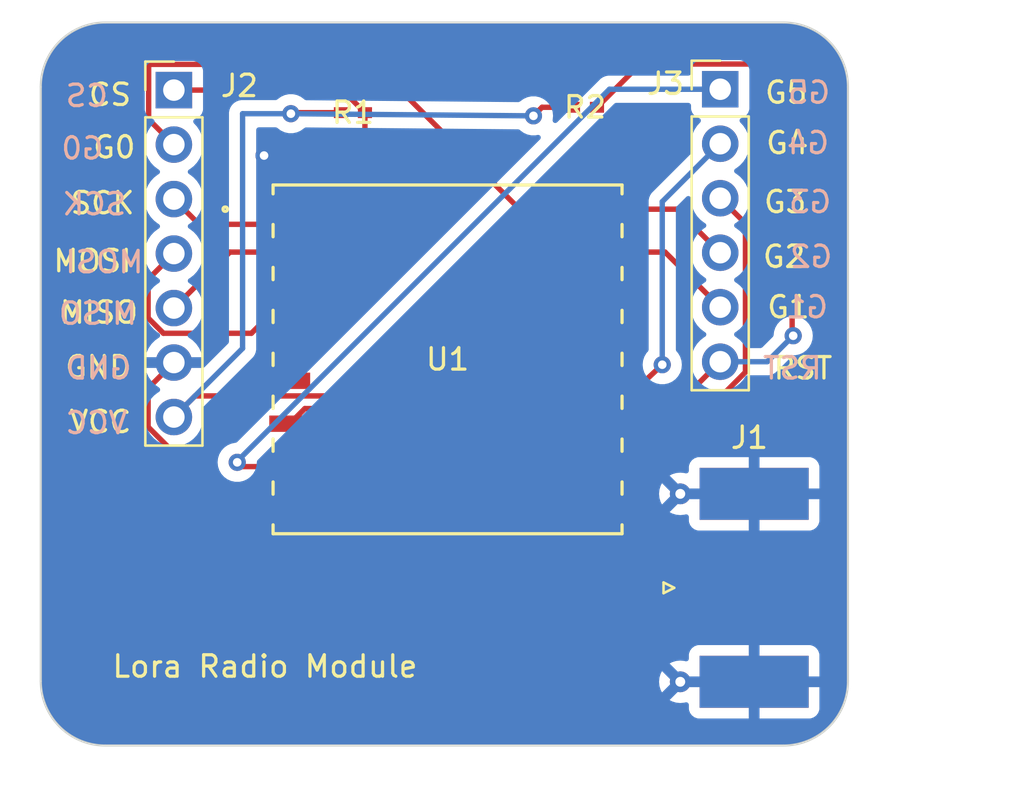
<source format=kicad_pcb>
(kicad_pcb (version 20240108) (generator "pcbnew") (generator_version "8.0")
  (layers (0 "F.Cu" signal) (31 "B.Cu" signal) (34 "B.Paste" user) (35 "F.Paste" user) (36 "B.SilkS" user "B.Silkscreen") (37 "F.SilkS" user "F.Silkscreen") (38 "B.Mask" user) (39 "F.Mask" user) (44 "Edge.Cuts" user))
  (net 0 "")
  (net 1 "GND")
  (net 2 "Net-(J1-In)")
  (net 3 "/G0")
  (net 4 "/VCC")
  (net 5 "/MISO")
  (net 6 "/SCK")
  (net 7 "/MOSI")
  (net 8 "/CS")
  (net 9 "/G5")
  (net 10 "/G3")
  (net 11 "/G1")
  (net 12 "/G4")
  (net 13 "/RESET")
  (net 14 "/G2")
  (footprint "Connector_PinHeader_2.54mm:PinHeader_1x06_P2.54mm_Vertical" (layer "F.Cu") (at 204.9 116.91)
    (property "Reference" "J3" (at -2.55 -0.26 0) (layer "F.SilkS"))
    (property "Value" "Conn_01x06_Socket")
    (fp_line (start -1.33 -1.33) (end 0 -1.33) (stroke (width 0.12)) (layer "F.SilkS"))
    (fp_line (start -1.33 0) (end -1.33 -1.33) (stroke (width 0.12)) (layer "F.SilkS"))
    (fp_line (start -1.33 1.27) (end -1.33 14.03) (stroke (width 0.12)) (layer "F.SilkS"))
    (fp_line (start -1.33 1.27) (end 1.33 1.27) (stroke (width 0.12)) (layer "F.SilkS"))
    (fp_line (start -1.33 14.03) (end 1.33 14.03) (stroke (width 0.12)) (layer "F.SilkS"))
    (fp_line (start 1.33 1.27) (end 1.33 14.03) (stroke (width 0.12)) (layer "F.SilkS"))
    (pad "1" thru_hole rect (at 0 0) (size 1.7 1.7) (drill 1) (layers "*.Cu" "*.Mask") (net 9 "/G5"))
    (pad "2" thru_hole oval (at 0 2.54) (size 1.7 1.7) (drill 1) (layers "*.Cu" "*.Mask") (net 12 "/G4"))
    (pad "3" thru_hole oval (at 0 5.08) (size 1.7 1.7) (drill 1) (layers "*.Cu" "*.Mask") (net 10 "/G3"))
    (pad "4" thru_hole oval (at 0 7.62) (size 1.7 1.7) (drill 1) (layers "*.Cu" "*.Mask") (net 14 "/G2"))
    (pad "5" thru_hole oval (at 0 10.16) (size 1.7 1.7) (drill 1) (layers "*.Cu" "*.Mask") (net 11 "/G1"))
    (pad "6" thru_hole oval (at 0 12.7) (size 1.7 1.7) (drill 1) (layers "*.Cu" "*.Mask") (net 13 "/RESET"))
  )
  (footprint "Connector_Coaxial:SMA_Molex_73251-1153_EdgeMount_Horizontal" (layer "F.Cu") (at 204.76 140.15 180)
    (property "Reference" "J1" (at -1.5 7 0) (layer "F.SilkS"))
    (property "Value" "Conn_Coaxial")
    (fp_line (start 2.5 0.25) (end 2 0) (stroke (width 0.12)) (layer "F.SilkS"))
    (fp_line (start 2.5 -0.25) (end 2.5 0.25) (stroke (width 0.12)) (layer "F.SilkS"))
    (fp_line (start 2 0) (end 2.5 -0.25) (stroke (width 0.12)) (layer "F.SilkS"))
    (pad "1" smd rect (at -1.72 0 180) (size 5.08 2.29) (layers "F.Cu" "F.Paste" "F.Mask") (net 2 "Net-(J1-In)"))
    (pad "2" smd rect (at -1.72 -4.38 180) (size 5.08 2.42) (layers "F.Cu" "F.Paste" "F.Mask") (net 1 "GND"))
    (pad "2" smd rect (at -1.72 -4.38 180) (size 5.08 2.42) (layers "B.Cu" "B.Paste" "B.Mask") (net 1 "GND"))
    (pad "2" smd rect (at -1.72 4.38 180) (size 5.08 2.42) (layers "F.Cu" "F.Paste" "F.Mask") (net 1 "GND"))
    (pad "2" smd rect (at -1.72 4.38 180) (size 5.08 2.42) (layers "B.Cu" "B.Paste" "B.Mask") (net 1 "GND"))
    (pad "2" smd rect (at 1.27 -4.38 180) (size 0.95 0.46) (layers "F.Cu") (net 1 "GND"))
    (pad "2" smd rect (at 1.27 -4.38 180) (size 0.95 0.46) (layers "B.Cu") (net 1 "GND"))
    (pad "2" smd rect (at 1.27 4.38 180) (size 0.95 0.46) (layers "F.Cu") (net 1 "GND"))
    (pad "2" smd rect (at 1.27 4.38 180) (size 0.95 0.46) (layers "B.Cu") (net 1 "GND"))
    (pad "2" thru_hole circle (at 1.72 -4.38 180) (size 0.97 0.97) (drill 0.46) (layers "*.Cu") (net 1 "GND"))
    (pad "2" thru_hole circle (at 1.72 4.38 180) (size 0.97 0.97) (drill 0.46) (layers "*.Cu") (net 1 "GND"))
  )
  (footprint "Connector_PinHeader_2.54mm:PinHeader_1x07_P2.54mm_Vertical" (layer "F.Cu") (at 179.45 116.95)
    (property "Reference" "J2" (at 3.05 -0.2 0) (layer "F.SilkS"))
    (property "Value" "Conn_01x07_Socket")
    (fp_line (start -1.33 -1.33) (end 0 -1.33) (stroke (width 0.12)) (layer "F.SilkS"))
    (fp_line (start -1.33 0) (end -1.33 -1.33) (stroke (width 0.12)) (layer "F.SilkS"))
    (fp_line (start -1.33 1.27) (end -1.33 16.57) (stroke (width 0.12)) (layer "F.SilkS"))
    (fp_line (start -1.33 1.27) (end 1.33 1.27) (stroke (width 0.12)) (layer "F.SilkS"))
    (fp_line (start -1.33 16.57) (end 1.33 16.57) (stroke (width 0.12)) (layer "F.SilkS"))
    (fp_line (start 1.33 1.27) (end 1.33 16.57) (stroke (width 0.12)) (layer "F.SilkS"))
    (pad "1" thru_hole rect (at 0 0) (size 1.7 1.7) (drill 1) (layers "*.Cu" "*.Mask") (net 8 "/CS"))
    (pad "2" thru_hole oval (at 0 2.54) (size 1.7 1.7) (drill 1) (layers "*.Cu" "*.Mask") (net 3 "/G0"))
    (pad "3" thru_hole oval (at 0 5.08) (size 1.7 1.7) (drill 1) (layers "*.Cu" "*.Mask") (net 6 "/SCK"))
    (pad "4" thru_hole oval (at 0 7.62) (size 1.7 1.7) (drill 1) (layers "*.Cu" "*.Mask") (net 7 "/MOSI"))
    (pad "5" thru_hole oval (at 0 10.16) (size 1.7 1.7) (drill 1) (layers "*.Cu" "*.Mask") (net 5 "/MISO"))
    (pad "6" thru_hole oval (at 0 12.7) (size 1.7 1.7) (drill 1) (layers "*.Cu" "*.Mask") (net 1 "GND"))
    (pad "7" thru_hole oval (at 0 15.24) (size 1.7 1.7) (drill 1) (layers "*.Cu" "*.Mask") (net 4 "/VCC"))
  )
  (footprint "footprints:RFM69HCW_SPK" (layer "F.Cu") (at 192.1992 129.5)
    (property "Reference" "U1" (at 0 0 0) (layer "F.SilkS"))
    (property "Value" "COM-13909")
    (fp_line (start -8.128 -8.128) (end -8.128 -7.713739) (stroke (width 0.1524)) (layer "F.SilkS"))
    (fp_line (start -8.128 -6.286259) (end -8.128 -5.71374) (stroke (width 0.1524)) (layer "F.SilkS"))
    (fp_line (start -8.128 -4.28626) (end -8.128 -3.713739) (stroke (width 0.1524)) (layer "F.SilkS"))
    (fp_line (start -8.128 -2.286259) (end -8.128 -1.713741) (stroke (width 0.1524)) (layer "F.SilkS"))
    (fp_line (start -8.128 -0.286261) (end -8.128 0.286261) (stroke (width 0.1524)) (layer "F.SilkS"))
    (fp_line (start -8.128 1.713741) (end -8.128 2.286259) (stroke (width 0.1524)) (layer "F.SilkS"))
    (fp_line (start -8.128 3.713739) (end -8.128 4.28626) (stroke (width 0.1524)) (layer "F.SilkS"))
    (fp_line (start -8.128 5.71374) (end -8.128 6.286261) (stroke (width 0.1524)) (layer "F.SilkS"))
    (fp_line (start -8.128 7.713741) (end -8.128 8.128) (stroke (width 0.1524)) (layer "F.SilkS"))
    (fp_line (start -8.128 8.128) (end 8.128 8.128) (stroke (width 0.1524)) (layer "F.SilkS"))
    (fp_line (start 8.128 -8.128) (end -8.128 -8.128) (stroke (width 0.1524)) (layer "F.SilkS"))
    (fp_line (start 8.128 -7.713741) (end 8.128 -8.128) (stroke (width 0.1524)) (layer "F.SilkS"))
    (fp_line (start 8.128 -5.71374) (end 8.128 -6.286261) (stroke (width 0.1524)) (layer "F.SilkS"))
    (fp_line (start 8.128 -3.713739) (end 8.128 -4.28626) (stroke (width 0.1524)) (layer "F.SilkS"))
    (fp_line (start 8.128 -1.713741) (end 8.128 -2.286259) (stroke (width 0.1524)) (layer "F.SilkS"))
    (fp_line (start 8.128 0.286261) (end 8.128 -0.286261) (stroke (width 0.1524)) (layer "F.SilkS"))
    (fp_line (start 8.128 2.286259) (end 8.128 1.713741) (stroke (width 0.1524)) (layer "F.SilkS"))
    (fp_line (start 8.128 4.28626) (end 8.128 3.713739) (stroke (width 0.1524)) (layer "F.SilkS"))
    (fp_line (start 8.128 6.286259) (end 8.128 5.71374) (stroke (width 0.1524)) (layer "F.SilkS"))
    (fp_line (start 8.128 8.128) (end 8.128 7.713739) (stroke (width 0.1524)) (layer "F.SilkS"))
    (fp_circle (center -10.3566 -7) (end -10.255 -7) (stroke (width 0.1524)) (fill none) (layer "F.SilkS"))
    (pad "1" smd rect (at -7.3533 -6.999999) (size 1.905 0.762) (layers "F.Cu" "F.Paste" "F.Mask") (net 1 "GND"))
    (pad "2" smd rect (at -7.3533 -5) (size 1.905 0.762) (layers "F.Cu" "F.Paste" "F.Mask") (net 5 "/MISO"))
    (pad "3" smd rect (at -7.3533 -2.999999) (size 1.905 0.762) (layers "F.Cu" "F.Paste" "F.Mask") (net 7 "/MOSI"))
    (pad "4" smd rect (at -7.3533 -1.000001) (size 1.905 0.762) (layers "F.Cu" "F.Paste" "F.Mask") (net 6 "/SCK"))
    (pad "5" smd rect (at -7.3533 1.000001) (size 1.905 0.762) (layers "F.Cu" "F.Paste" "F.Mask") (net 8 "/CS"))
    (pad "6" smd rect (at -7.3533 2.999999) (size 1.905 0.762) (layers "F.Cu" "F.Paste" "F.Mask") (net 13 "/RESET"))
    (pad "7" smd rect (at -7.3533 5) (size 1.905 0.762) (layers "F.Cu" "F.Paste" "F.Mask") (net 9 "/G5"))
    (pad "8" smd rect (at -7.3533 7.000001) (size 1.905 0.762) (layers "F.Cu" "F.Paste" "F.Mask") (net 1 "GND"))
    (pad "9" smd rect (at 7.3533 6.999999) (size 1.905 0.762) (layers "F.Cu" "F.Paste" "F.Mask") (net 2 "Net-(J1-In)"))
    (pad "10" smd rect (at 7.3533 5) (size 1.905 0.762) (layers "F.Cu" "F.Paste" "F.Mask") (net 1 "GND"))
    (pad "11" smd rect (at 7.3533 2.999999) (size 1.905 0.762) (layers "F.Cu" "F.Paste" "F.Mask") (net 10 "/G3"))
    (pad "12" smd rect (at 7.3533 1.000001) (size 1.905 0.762) (layers "F.Cu" "F.Paste" "F.Mask") (net 12 "/G4"))
    (pad "13" smd rect (at 7.3533 -1.000001) (size 1.905 0.762) (layers "F.Cu" "F.Paste" "F.Mask") (net 4 "/VCC"))
    (pad "14" smd rect (at 7.3533 -2.999999) (size 1.905 0.762) (layers "F.Cu" "F.Paste" "F.Mask") (net 3 "/G0"))
    (pad "15" smd rect (at 7.3533 -5) (size 1.905 0.762) (layers "F.Cu" "F.Paste" "F.Mask") (net 11 "/G1"))
    (pad "16" smd rect (at 7.3533 -7.000001) (size 1.905 0.762) (layers "F.Cu" "F.Paste" "F.Mask") (net 14 "/G2"))
  )
  (footprint "footprints:RC0402N_YAG" (layer "F.Cu") (at 198.6 117.75)
    (property "Reference" "R2" (at 0 0 0) (layer "F.SilkS"))
    (property "Value" "100K")
    (pad "1" smd rect (at -0.5588 0) (size 0.6604 0.508) (layers "F.Cu" "F.Paste" "F.Mask") (net 4 "/VCC"))
    (pad "2" smd rect (at 0.5588 0) (size 0.6604 0.508) (layers "F.Cu" "F.Paste" "F.Mask") (net 13 "/RESET"))
  )
  (footprint "footprints:RC0402N_YAG" (layer "F.Cu") (at 187.7912 118)
    (property "Reference" "R1" (at 0 0 0) (layer "F.SilkS"))
    (property "Value" "100K")
    (pad "1" smd rect (at -0.5588 0) (size 0.6604 0.508) (layers "F.Cu" "F.Paste" "F.Mask") (net 4 "/VCC"))
    (pad "2" smd rect (at 0.5588 0) (size 0.6604 0.508) (layers "F.Cu" "F.Paste" "F.Mask") (net 8 "/CS"))
  )
  (gr_arc (start 173.25 116.8) (mid 174.12868 114.67868) (end 176.25 113.8) (stroke (width 0.1)) (layer "Edge.Cuts"))
  (gr_line (start 173.25 144.5) (end 173.25 116.8) (stroke (width 0.1)) (layer "Edge.Cuts"))
  (gr_line (start 210.85 116.8) (end 210.85 144.5) (stroke (width 0.1)) (layer "Edge.Cuts"))
  (gr_line (start 207.85 147.5) (end 176.25 147.5) (stroke (width 0.1)) (layer "Edge.Cuts"))
  (gr_line (start 176.25 113.8) (end 207.85 113.8) (stroke (width 0.1)) (layer "Edge.Cuts"))
  (gr_arc (start 210.85 144.5) (mid 209.97132 146.62132) (end 207.85 147.5) (stroke (width 0.1)) (layer "Edge.Cuts"))
  (gr_arc (start 176.25 147.5) (mid 174.12868 146.62132) (end 173.25 144.5) (stroke (width 0.1)) (layer "Edge.Cuts"))
  (gr_arc (start 207.85 113.8) (mid 209.97132 114.67868) (end 210.85 116.8) (stroke (width 0.1)) (layer "Edge.Cuts"))
  (gr_text "VCC" (at 177.369046 133.05 -0) (layer "B.SilkS") (effects (font (size 1 1)) (justify left bottom mirror)))
  (gr_text "G3" (at 210.164286 122.75 -0) (layer "B.SilkS") (effects (font (size 1 1)) (justify left bottom mirror)))
  (gr_text "G1" (at 210.014286 127.65 -0) (layer "B.SilkS") (effects (font (size 1 1)) (justify left bottom mirror)))
  (gr_text "G5" (at 210.114286 117.65 -0) (layer "B.SilkS") (effects (font (size 1 1)) (justify left bottom mirror)))
  (gr_text "MOSI" (at 178.119046 125.55 -0) (layer "B.SilkS") (effects (font (size 1 1)) (justify left bottom mirror)))
  (gr_text "RST" (at 209.714286 130.5 -0) (layer "B.SilkS") (effects (font (size 1 1)) (justify left bottom mirror)))
  (gr_text "SCK" (at 177.319046 122.85 -0) (layer "B.SilkS") (effects (font (size 1 1)) (justify left bottom mirror)))
  (gr_text "MISO" (at 177.819046 127.95 -0) (layer "B.SilkS") (effects (font (size 1 1)) (justify left bottom mirror)))
  (gr_text "G0" (at 176.269046 120.25 -0) (layer "B.SilkS") (effects (font (size 1 1)) (justify left bottom mirror)))
  (gr_text "CS" (at 176.469046 117.8 -0) (layer "B.SilkS") (effects (font (size 1 1)) (justify left bottom mirror)))
  (gr_text "G2" (at 210.214286 125.3 -0) (layer "B.SilkS") (effects (font (size 1 1)) (justify left bottom mirror)))
  (gr_text "G4" (at 210.064286 120 -0) (layer "B.SilkS") (effects (font (size 1 1)) (justify left bottom mirror)))
  (gr_text "GND" (at 177.569046 130.5 -0) (layer "B.SilkS") (effects (font (size 1 1)) (justify left bottom mirror)))
  (gr_text "MISO" (at 174.05 127.9 0) (layer "F.SilkS") (effects (font (size 1 1)) (justify left bottom)))
  (gr_text "G1" (at 207 127.65 0) (layer "F.SilkS") (effects (font (size 1 1)) (justify left bottom)))
  (gr_text "G5" (at 206.9 117.65 0) (layer "F.SilkS") (effects (font (size 1 1)) (justify left bottom)))
  (gr_text "Lora Radio Module" (at 176.5 144.4 0) (layer "F.SilkS") (effects (font (size 1 1)) (justify left bottom)))
  (gr_text "CS" (at 175.4 117.75 0) (layer "F.SilkS") (effects (font (size 1 1)) (justify left bottom)))
  (gr_text "G2" (at 206.8 125.3 0) (layer "F.SilkS") (effects (font (size 1 1)) (justify left bottom)))
  (gr_text "MOSI" (at 173.75 125.5 0) (layer "F.SilkS") (effects (font (size 1 1)) (justify left bottom)))
  (gr_text "G3" (at 206.85 122.75 0) (layer "F.SilkS") (effects (font (size 1 1)) (justify left bottom)))
  (gr_text "RST" (at 207.3 130.5 0) (layer "F.SilkS") (effects (font (size 1 1)) (justify left bottom)))
  (gr_text "VCC" (at 174.5 133 0) (layer "F.SilkS") (effects (font (size 1 1)) (justify left bottom)))
  (gr_text "G4" (at 206.95 120 0) (layer "F.SilkS") (effects (font (size 1 1)) (justify left bottom)))
  (gr_text "G0" (at 175.6 120.2 0) (layer "F.SilkS") (effects (font (size 1 1)) (justify left bottom)))
  (gr_text "GND" (at 174.3 130.45 0) (layer "F.SilkS") (effects (font (size 1 1)) (justify left bottom)))
  (gr_text "SCK" (at 174.55 122.8 0) (layer "F.SilkS") (effects (font (size 1 1)) (justify left bottom)))
  (segment (start 178.25 132.651701) (end 178.25 130.85) (width 0.25) (layer "F.Cu") (net 1))
  (segment (start 183.65 120.15) (end 183.65 120) (width 0.25) (layer "F.Cu") (net 1))
  (segment (start 184.8459 121.3459) (end 183.65 120.15) (width 0.25) (layer "F.Cu") (net 1))
  (segment (start 199.5525 134.5) (end 201.77 134.5) (width 0.25) (layer "F.Cu") (net 1))
  (segment (start 183.65 120) (end 183.5 120) (width 0.25) (layer "F.Cu") (net 1))
  (segment (start 178.25 130.85) (end 179.45 129.65) (width 0.25) (layer "F.Cu") (net 1))
  (segment (start 184.8459 122.500001) (end 184.8459 121.3459) (width 0.25) (layer "F.Cu") (net 1))
  (segment (start 201.77 134.5) (end 203.04 135.77) (width 0.25) (layer "F.Cu") (net 1))
  (segment (start 183.5 120) (end 183.45 119.95) (width 0.25) (layer "F.Cu") (net 1))
  (segment (start 184.8459 136.500001) (end 182.0983 136.500001) (width 0.25) (layer "F.Cu") (net 1))
  (segment (start 182.0983 136.500001) (end 178.25 132.651701) (width 0.25) (layer "F.Cu") (net 1))
  (via (at 183.65 120) (size 0.8) (drill 0.4) (layers "F.Cu" "B.Cu") (net 1))
  (segment (start 203.202501 140.15) (end 199.5525 136.499999) (width 0.25) (layer "F.Cu") (net 2))
  (segment (start 206.48 140.15) (end 203.202501 140.15) (width 0.25) (layer "F.Cu") (net 2))
  (segment (start 178.3 115.75) (end 188.802499 115.75) (width 0.25) (layer "F.Cu") (net 3))
  (segment (start 178.275 118.315) (end 178.275 115.775) (width 0.25) (layer "F.Cu") (net 3))
  (segment (start 179.45 119.49) (end 178.275 118.315) (width 0.25) (layer "F.Cu") (net 3))
  (segment (start 188.802499 115.75) (end 199.5525 126.500001) (width 0.25) (layer "F.Cu") (net 3))
  (segment (start 178.275 115.775) (end 178.3 115.75) (width 0.25) (layer "F.Cu") (net 3))
  (segment (start 196.846498 131.206001) (end 199.5525 128.499999) (width 0.25) (layer "F.Cu") (net 4))
  (segment (start 180.433999 131.206001) (end 196.846498 131.206001) (width 0.25) (layer "F.Cu") (net 4))
  (segment (start 198.0412 117.75) (end 196.6 117.75) (width 0.25) (layer "F.Cu") (net 4))
  (segment (start 196.6 117.75) (end 196.2 118.15) (width 0.25) (layer "F.Cu") (net 4))
  (segment (start 184.95 118) (end 184.9 118.05) (width 0.25) (layer "F.Cu") (net 4))
  (segment (start 179.45 132.19) (end 180.433999 131.206001) (width 0.25) (layer "F.Cu") (net 4))
  (segment (start 187.2324 118) (end 184.95 118) (width 0.25) (layer "F.Cu") (net 4))
  (via (at 184.9 118.05) (size 0.8) (drill 0.4) (layers "F.Cu" "B.Cu") (net 4))
  (via (at 196.2 118.15) (size 0.8) (drill 0.4) (layers "F.Cu" "B.Cu") (net 4))
  (segment (start 182.65 118.05) (end 184.9 118.05) (width 0.25) (layer "B.Cu") (net 4))
  (segment (start 196.25 118.05) (end 196.35 117.95) (width 0.25) (layer "B.Cu") (net 4))
  (segment (start 184.9 118.05) (end 196.2 118.15) (width 0.25) (layer "B.Cu") (net 4))
  (segment (start 182.65 128.99) (end 182.65 118.05) (width 0.25) (layer "B.Cu") (net 4))
  (segment (start 179.45 132.19) (end 182.65 128.99) (width 0.25) (layer "B.Cu") (net 4))
  (segment (start 196.2 118.15) (end 196.25 118.05) (width 0.25) (layer "B.Cu") (net 4))
  (segment (start 184.8459 124.5) (end 182.06 124.5) (width 0.25) (layer "F.Cu") (net 5))
  (segment (start 182.06 124.5) (end 179.45 127.11) (width 0.25) (layer "F.Cu") (net 5))
  (segment (start 180.626001 123.206001) (end 179.45 122.03) (width 0.25) (layer "F.Cu") (net 6))
  (segment (start 186.1234 123.9734) (end 185.356001 123.206001) (width 0.25) (layer "F.Cu") (net 6))
  (segment (start 184.8459 128.499999) (end 186.1234 127.222499) (width 0.25) (layer "F.Cu") (net 6))
  (segment (start 185.356001 123.206001) (end 180.626001 123.206001) (width 0.25) (layer "F.Cu") (net 6))
  (segment (start 186.1234 127.222499) (end 186.1234 123.9734) (width 0.25) (layer "F.Cu") (net 6))
  (segment (start 178.963299 128.285) (end 178.25 127.571701) (width 0.25) (layer "F.Cu") (net 7))
  (segment (start 184.8459 126.500001) (end 183.060901 128.285) (width 0.25) (layer "F.Cu") (net 7))
  (segment (start 178.25 125.77) (end 179.45 124.57) (width 0.25) (layer "F.Cu") (net 7))
  (segment (start 183.060901 128.285) (end 178.963299 128.285) (width 0.25) (layer "F.Cu") (net 7))
  (segment (start 178.25 127.571701) (end 178.25 125.77) (width 0.25) (layer "F.Cu") (net 7))
  (segment (start 187.3 116.95) (end 188.35 118) (width 0.25) (layer "F.Cu") (net 8))
  (segment (start 184.8459 130.500001) (end 188.35 126.995901) (width 0.25) (layer "F.Cu") (net 8))
  (segment (start 188.35 126.995901) (end 188.35 118) (width 0.25) (layer "F.Cu") (net 8))
  (segment (start 179.45 116.95) (end 187.3 116.95) (width 0.25) (layer "F.Cu") (net 8))
  (segment (start 184.8459 134.5) (end 182.6 134.5) (width 0.25) (layer "F.Cu") (net 9))
  (segment (start 182.6 134.5) (end 182.4 134.3) (width 0.25) (layer "F.Cu") (net 9))
  (via (at 182.4 134.3) (size 0.8) (drill 0.4) (layers "F.Cu" "B.Cu") (net 9))
  (segment (start 204.9 116.91) (end 199.74 116.91) (width 0.25) (layer "B.Cu") (net 9))
  (segment (start 199.74 116.91) (end 182.4 134.25) (width 0.25) (layer "B.Cu") (net 9))
  (segment (start 182.4 134.25) (end 182.4 134.3) (width 0.25) (layer "B.Cu") (net 9))
  (segment (start 182.4 134.3) (end 182.35 134.3) (width 0.25) (layer "B.Cu") (net 9))
  (segment (start 182.35 134.3) (end 182.35 134.3) (width 0.25) (layer "B.Cu") (net 9))
  (segment (start 199.5525 132.499999) (end 203.671702 132.499999) (width 0.25) (layer "F.Cu") (net 10))
  (segment (start 206.075 130.096701) (end 206.075 123.165) (width 0.25) (layer "F.Cu") (net 10))
  (segment (start 203.671702 132.499999) (end 206.075 130.096701) (width 0.25) (layer "F.Cu") (net 10))
  (segment (start 206.075 123.165) (end 204.9 121.99) (width 0.25) (layer "F.Cu") (net 10))
  (segment (start 199.5525 124.5) (end 202.33 124.5) (width 0.25) (layer "F.Cu") (net 11))
  (segment (start 202.33 124.5) (end 204.9 127.07) (width 0.25) (layer "F.Cu") (net 11))
  (segment (start 201.399999 130.500001) (end 202.2 129.75) (width 0.25) (layer "F.Cu") (net 12))
  (segment (start 202.2 129.75) (end 202.025 129.875) (width 0.25) (layer "F.Cu") (net 12))
  (segment (start 199.5525 130.500001) (end 201.399999 130.500001) (width 0.25) (layer "F.Cu") (net 12))
  (via (at 202.2 129.75) (size 0.8) (drill 0.4) (layers "F.Cu" "B.Cu") (net 12))
  (segment (start 204.9 119.45) (end 202.2 122.15) (width 0.25) (layer "B.Cu") (net 12))
  (segment (start 202.2 122.15) (end 202.2 129.75) (width 0.25) (layer "B.Cu") (net 12))
  (segment (start 202.716001 131.793999) (end 204.9 129.61) (width 0.25) (layer "F.Cu") (net 13))
  (segment (start 208.25 128.45) (end 208.25 128.5) (width 0.25) (layer "F.Cu") (net 13))
  (segment (start 199.1588 117.75) (end 201.1738 115.735) (width 0.25) (layer "F.Cu") (net 13))
  (segment (start 208.25 128.35) (end 208.3 128.4) (width 0.25) (layer "F.Cu") (net 13))
  (segment (start 185.5519 131.793999) (end 202.716001 131.793999) (width 0.25) (layer "F.Cu") (net 13))
  (segment (start 201.1738 115.735) (end 206.985 115.735) (width 0.25) (layer "F.Cu") (net 13))
  (segment (start 208.25 117) (end 208.25 128.35) (width 0.25) (layer "F.Cu") (net 13))
  (segment (start 208.3 128.4) (end 208.25 128.45) (width 0.25) (layer "F.Cu") (net 13))
  (segment (start 206.985 115.735) (end 208.25 117) (width 0.25) (layer "F.Cu") (net 13))
  (segment (start 184.8459 132.499999) (end 185.5519 131.793999) (width 0.25) (layer "F.Cu") (net 13))
  (via (at 208.3 128.4) (size 0.8) (drill 0.4) (layers "F.Cu" "B.Cu") (net 13))
  (segment (start 204.9 129.61) (end 207.09 129.61) (width 0.25) (layer "B.Cu") (net 13))
  (segment (start 207.09 129.61) (end 208.3 128.4) (width 0.25) (layer "B.Cu") (net 13))
  (segment (start 199.5525 122.499999) (end 202.869999 122.499999) (width 0.25) (layer "F.Cu") (net 14))
  (segment (start 202.869999 122.499999) (end 204.9 124.53) (width 0.25) (layer "F.Cu") (net 14))
  (zone (net 1) (net_name "GND") (layer "B.Cu") (connect_pads (clearance 0.508)) (min_thickness 0.25) (fill yes (thermal_gap 0.5) (thermal_bridge_width 0.5))
    (polygon (pts (xy 172.1 112.85) (xy 212.7 112.75) (xy 211.55 150.15) (xy 171.35 149.7)))
  )
)
</source>
